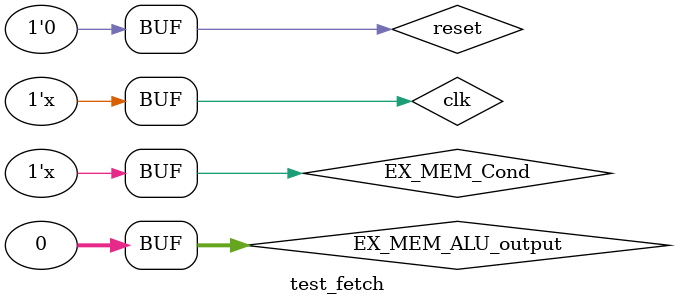
<source format=v>
`timescale 1ns / 1ps


module test_fetch;

	// Inputs
	reg clk;
	reg reset;
	reg EX_MEM_Cond;
	reg [31:0] EX_MEM_ALU_output;

	// Outputs
	wire [31:0] IF_ID_IR;
	wire [31:0] IF_ID_NPC;

	// Instantiate the Unit Under Test (UUT)
	fetch uut (
		.clk(clk), 
		.reset(reset), 
		.EX_MEM_Cond(EX_MEM_Cond), 
		.EX_MEM_ALU_output(EX_MEM_ALU_output), 
		.IF_ID_IR(IF_ID_IR), 
		.IF_ID_NPC(IF_ID_NPC)
	);

	initial begin
		// Initialize Inputs
		clk = 0;
		reset = 1;
		EX_MEM_Cond = 0;
		EX_MEM_ALU_output = 0;

		#10 reset = 0;
		
	end
	
	always begin
		#5 clk = ~clk;
	end
	
	always begin
		#50 EX_MEM_Cond = ~EX_MEM_Cond;
	end

endmodule


</source>
